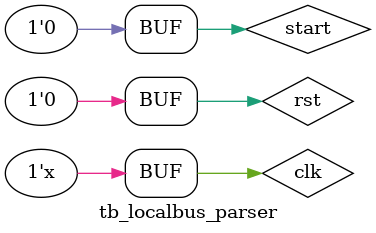
<source format=v>
`timescale 1ns / 1ps

module tb_localbus_parser(
);

    
reg rst;
reg clk;

always #50 clk = ~clk;

reg start;
wire dq0;
wire dq1;
wire de ;


    
//ld_parser uut(
localbus_sender
    #(.MAX_UNIT_NUM(4), 
      .UNIT_BIT_NUM(32))  
     localbus_sender_u(
    .RST_I           (rst),
    .CLK_I           (clk),
    .PDATA_I         (128'hffeeddcc_11223344_55667788_aa55aa55),//[MAX_UNIT_NUM*UNIT_BIT_NUM-1:0]
    .VALID_UNIT_NUM_I(4),//[7:0]
    .START_I         (start),
    .CLK_O           (clk_o),
    .DE_O            (de),
    .DQ0_O           (dq0),
    .DQ1_O           (dq1),
    .ALMOST_PULSE_O  (),
    .BUSY_O          (),
    .CONTINUE_I      (0)
    );


localbus_parser
    #(.MODE(1),//0:DE_I拉低时解析不终止; 1:DE_I拉低时解析终止
      .UNIT_BIT_NUM(32))
    localbus_parser_u  (
    .RST_I          (rst),
    .CLK_I         (clk_o),//【每个分组中,先收到的放在LB_低位(即LB_0)】
    .DE_I          (de),//【数据中心和CLK_I上升沿对齐】
    .DQ0_I         (dq0),//b30 ... b6 b4 b2 b0  b30 ... b6 b4 b2 b0 
    .DQ1_I         (dq1),//b31 ... b7 b5 b3 b1  b31 ... b7 b5 b3 b1   
    .ENABLE_I      (1),
    .LB_FINISH_0_O (),
    .LB_DATA_0_O   (),
    .LB_FINISH_1_O (),
    .LB_DATA_1_O   (),
    .LB_FINISH_2_O (),
    .LB_DATA_2_O   (),
    .LB_FINISH_3_O (),
    .LB_DATA_3_O   (),
    .UNIT_NUM_I    (4),//【每次UNIT数(1~4)】
    .CYCLE_NUM_I   (1) //【解析次数】
    );


initial begin  
    rst = 1;
    clk = 0;

    start = 0;
    #2000;
    rst = 0;
    
    #500;
    start = 1;
    #200;
    start = 0;
    
end 
    
    
    

    
endmodule

</source>
